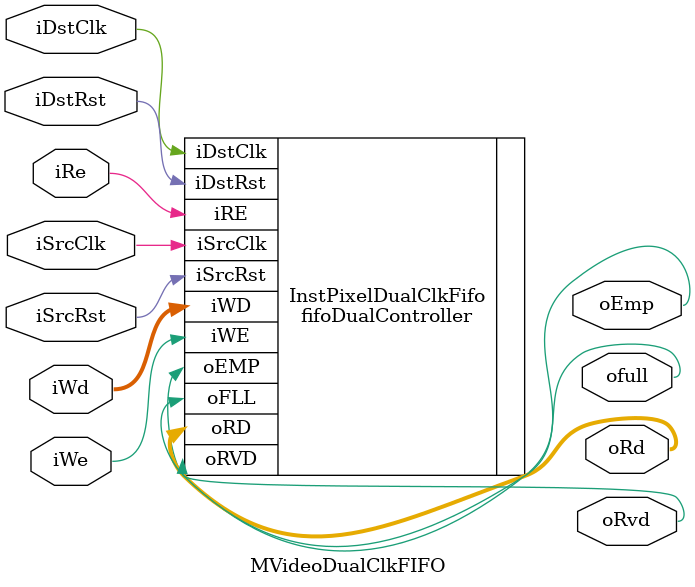
<source format=v>
module MVideoDualClkFIFO #(
    parameter 				pBuffDepth  = 1024,   	// FIFO BRAMのサイズ指定、画面サイズの横幅より大きくする
    parameter 				pBitWidth   = 16,      	// bitサイズ
	parameter 				pFullAlMost = 8			// 指定数値分早く Full 出力
)(
    input  [pBitWidth-1:0]  iWd,		// Write Data
    input                   iWe,		// Write Enable
    output                  ofull,
	//
    output [pBitWidth-1:0]  oRd,		// Read Data
    input                   iRe,		// Read Enable
	output 					oRvd,
	output 					oEmp,
	// clk rst
    input                   iSrcRst,	// Active High
    input                   iDstRst,	// Active High
    input                   iSrcClk,	// Source side clk
    input                   iDstClk		// Dest side clk
);


//-----------------------------------------------------------------------------
// FIFO 出力レイテンシ
//-----------------------------------------------------------------------------
localparam lpFullAlMost = pBuffDepth >> 2;


//-----------------------------------------------------------------------------
// Dual Clk FIFO Instance
//-----------------------------------------------------------------------------

fifoDualController # (
    .pBuffDepth     (pBuffDepth),
    .pBitWidth      (pBitWidth),
	.pFullAlMost	(pFullAlMost)
) InstPixelDualClkFifo (
    .iWD            (iWd),
    .iWE            (iWe),
    .oRD            (oRd),
    .iRE            (iRe),
    .oRVD           (oRvd),
    .oFLL           (ofull),
    .oEMP           (oEmp),
    .iSrcRst        (iSrcRst),
    .iDstRst        (iDstRst),
    .iSrcClk        (iSrcClk),
    .iDstClk        (iDstClk)
);

endmodule
</source>
